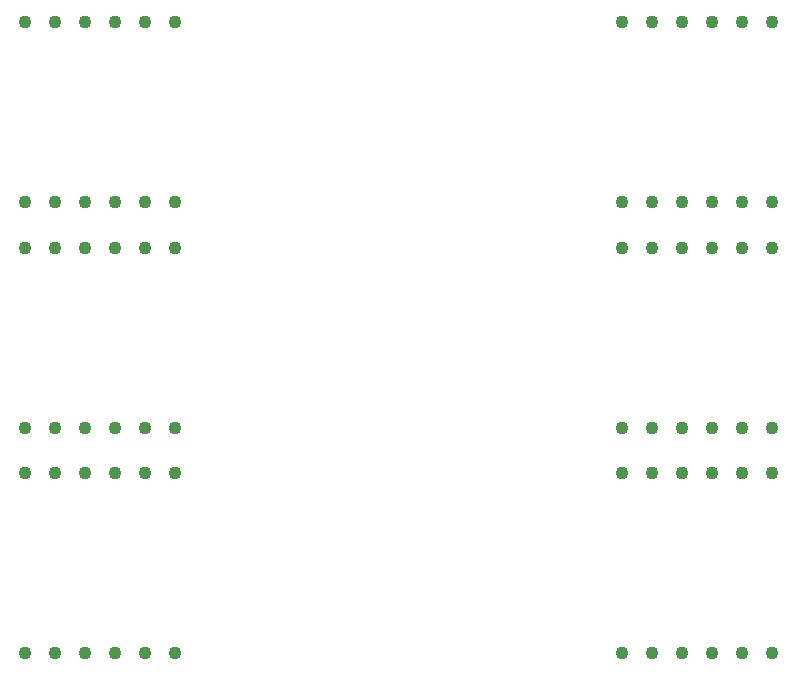
<source format=gbr>
%TF.GenerationSoftware,Altium Limited,Altium Designer,21.8.1 (53)*%
G04 Layer_Color=255*
%FSLAX45Y45*%
%MOMM*%
%TF.SameCoordinates,046F884E-5673-4B57-908A-D09F833A34A9*%
%TF.FilePolarity,Positive*%
%TF.FileFunction,Pads,Top*%
%TF.Part,Single*%
G01*
G75*
%TA.AperFunction,ComponentPad*%
%ADD13C,1.10000*%
D13*
X11270000Y11524000D02*
D03*
X11016000D02*
D03*
X10762000D02*
D03*
X10508000D02*
D03*
X10254000D02*
D03*
X10000000D02*
D03*
X11270000Y10000000D02*
D03*
X11016000D02*
D03*
X10762000D02*
D03*
X10508000D02*
D03*
X10254000D02*
D03*
X10000000D02*
D03*
X15050000D02*
D03*
X15303999D02*
D03*
X15558000D02*
D03*
X15812000D02*
D03*
X16066000D02*
D03*
X16320000D02*
D03*
X15050000Y11524000D02*
D03*
X15303999D02*
D03*
X15558000D02*
D03*
X15812000D02*
D03*
X16066000D02*
D03*
X16320000D02*
D03*
X11270000Y9614000D02*
D03*
X11016000D02*
D03*
X10762000D02*
D03*
X10508000D02*
D03*
X10254000D02*
D03*
X10000000D02*
D03*
X11270000Y8090000D02*
D03*
X11016000D02*
D03*
X10762000D02*
D03*
X10508000D02*
D03*
X10254000D02*
D03*
X10000000D02*
D03*
X15050000D02*
D03*
X15303999D02*
D03*
X15558000D02*
D03*
X15812000D02*
D03*
X16066000D02*
D03*
X16320000D02*
D03*
X15050000Y9614000D02*
D03*
X15303999D02*
D03*
X15558000D02*
D03*
X15812000D02*
D03*
X16066000D02*
D03*
X16320000D02*
D03*
Y7704000D02*
D03*
X16066000D02*
D03*
X15812000D02*
D03*
X15558000D02*
D03*
X15303999D02*
D03*
X15050000D02*
D03*
X16320000Y6180000D02*
D03*
X16066000D02*
D03*
X15812000D02*
D03*
X15558000D02*
D03*
X15303999D02*
D03*
X15050000D02*
D03*
X10000000D02*
D03*
X10254000D02*
D03*
X10508000D02*
D03*
X10762000D02*
D03*
X11016000D02*
D03*
X11270000D02*
D03*
X10000000Y7704000D02*
D03*
X10254000D02*
D03*
X10508000D02*
D03*
X10762000D02*
D03*
X11016000D02*
D03*
X11270000D02*
D03*
%TF.MD5,c5cc3ac1b5954dea35c825edf53617ae*%
M02*

</source>
